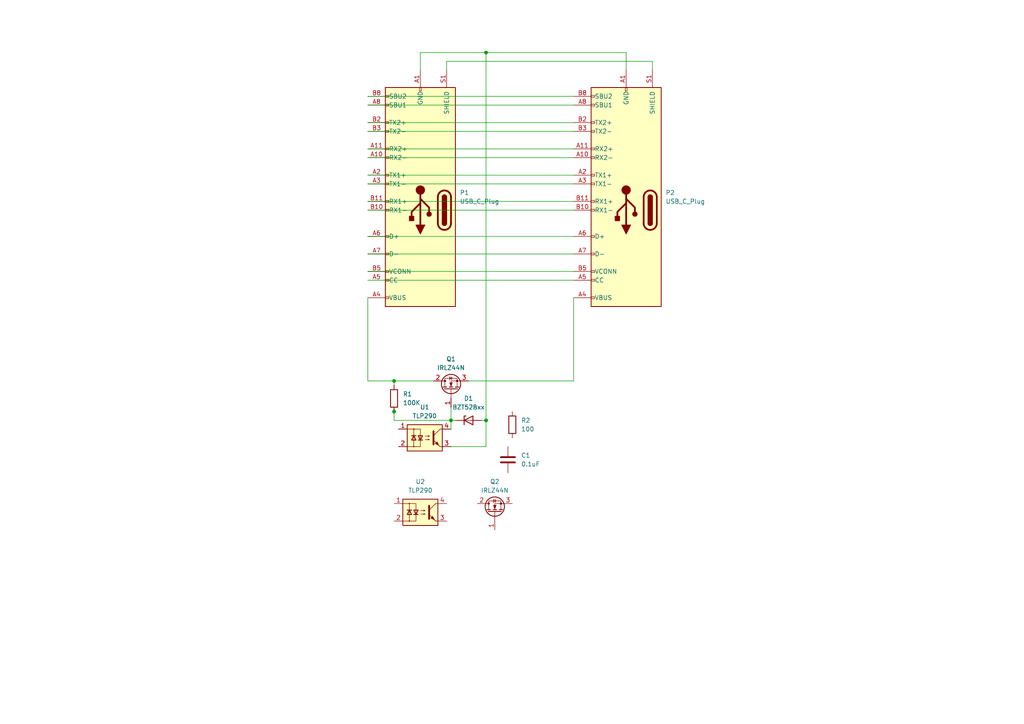
<source format=kicad_sch>
(kicad_sch (version 20250114) (generator "eeschema") (generator_version "9.0")
  (paper "A4")
  (lib_symbols
    (symbol "Connector:USB_C_Plug" (pin_names (offset 1.016))
      (property "Reference" "P" (at -10.16 29.21 0))
      (property "Value" "USB_C_Plug" (at 10.16 29.21 0))
      (symbol "USB_C_Plug_0_0"
        (rectangle (start -0.254 -35.56) (end 0.254 -34.544))
        (rectangle (start 10.16 25.654) (end 9.144 25.146))
        (rectangle (start 10.16 20.574) (end 9.144 20.066))
        (rectangle (start 10.16 18.034) (end 9.144 17.526))
        (rectangle (start 10.16 12.954) (end 9.144 12.446))
        (rectangle (start 10.16 7.874) (end 9.144 7.366))
        (rectangle (start 10.16 0.254) (end 9.144 -0.254))
        (rectangle (start 10.16 -2.286) (end 9.144 -2.794))
        (rectangle (start 10.16 -7.366) (end 9.144 -7.874))
        (rectangle (start 10.16 -9.906) (end 9.144 -10.414))
        (rectangle (start 10.16 -14.986) (end 9.144 -15.494))
        (rectangle (start 10.16 -17.526) (end 9.144 -18.034))
        (rectangle (start 10.16 -22.606) (end 9.144 -23.114))
        (rectangle (start 10.16 -25.146) (end 9.144 -25.654))
        (rectangle (start 10.16 -30.226) (end 9.144 -30.734))
        (rectangle (start 10.16 -32.766) (end 9.144 -33.274))
      )
      (symbol "USB_C_Plug_0_1"
        (rectangle (start -10.16 27.94) (end 10.16 -35.56) (stroke (width 0.254)) (fill (type background)))
        (polyline (pts (xy -8.89 -3.81) (xy -8.89 3.81)) (stroke (width 0.508)))
        (rectangle (start -7.62 -3.81) (end -6.35 3.81) (stroke (width 0.254)) (fill (type outline)))
        (arc (start -7.62 3.81) (mid -6.985 4.4423) (end -6.35 3.81) (stroke (width 0.254)))
        (arc (start -7.62 3.81) (mid -6.985 4.4423) (end -6.35 3.81) (stroke (width 0.254)) (fill (type outline)))
        (arc (start -8.89 3.81) (mid -6.985 5.7067) (end -5.08 3.81) (stroke (width 0.508)))
        (arc (start -5.08 -3.81) (mid -6.985 -5.7067) (end -8.89 -3.81) (stroke (width 0.508)))
        (arc (start -6.35 -3.81) (mid -6.985 -4.4423) (end -7.62 -3.81) (stroke (width 0.254)))
        (arc (start -6.35 -3.81) (mid -6.985 -4.4423) (end -7.62 -3.81) (stroke (width 0.254)) (fill (type outline)))
        (polyline (pts (xy -5.08 3.81) (xy -5.08 -3.81)) (stroke (width 0.508)))
      )
      (symbol "USB_C_Plug_1_1"
        (circle (center -2.54 1.143) (radius 0.635) (stroke (width 0.254)) (fill (type outline)))
        (polyline (pts (xy -1.27 4.318) (xy 0 6.858) (xy 1.27 4.318) (xy -1.27 4.318)) (stroke (width 0.254)) (fill (type outline)))
        (polyline (pts (xy 0 -2.032) (xy 2.54 0.508) (xy 2.54 1.778)) (stroke (width 0.508)))
        (polyline (pts (xy 0 -3.302) (xy -2.54 -0.762) (xy -2.54 0.508)) (stroke (width 0.508)))
        (polyline (pts (xy 0 -5.842) (xy 0 4.318)) (stroke (width 0.508)))
        (circle (center 0 -5.842) (radius 1.27) (fill (type outline)))
        (rectangle (start 1.905 1.778) (end 3.175 3.048) (stroke (width 0.254)) (fill (type outline)))
        (pin passive line (at -7.62 -40.64 90) (length 5.08) (name "SHIELD") (number "S1"))
        (pin passive line (at 0 -40.64 90) (length 5.08) (name "GND") (number "A1"))
        (pin passive line (at 0 -40.64 90) (length 5.08) (hide yes) (name "GND") (number "A12"))
        (pin passive line (at 0 -40.64 90) (length 5.08) (hide yes) (name "GND") (number "B1"))
        (pin passive line (at 0 -40.64 90) (length 5.08) (hide yes) (name "GND") (number "B12"))
        (pin passive line (at 15.24 25.4 180) (length 5.08) (name "VBUS") (number "A4"))
        (pin passive line (at 15.24 25.4 180) (length 5.08) (hide yes) (name "VBUS") (number "A9"))
        (pin passive line (at 15.24 25.4 180) (length 5.08) (hide yes) (name "VBUS") (number "B4"))
        (pin passive line (at 15.24 25.4 180) (length 5.08) (hide yes) (name "VBUS") (number "B9"))
        (pin bidirectional line (at 15.24 20.32 180) (length 5.08) (name "CC") (number "A5"))
        (pin bidirectional line (at 15.24 17.78 180) (length 5.08) (name "VCONN") (number "B5"))
        (pin bidirectional line (at 15.24 12.7 180) (length 5.08) (name "D-") (number "A7"))
        (pin bidirectional line (at 15.24 7.62 180) (length 5.08) (name "D+") (number "A6"))
        (pin bidirectional line (at 15.24 0 180) (length 5.08) (name "RX1-") (number "B10"))
        (pin bidirectional line (at 15.24 -2.54 180) (length 5.08) (name "RX1+") (number "B11"))
        (pin bidirectional line (at 15.24 -7.62 180) (length 5.08) (name "TX1-") (number "A3"))
        (pin bidirectional line (at 15.24 -10.16 180) (length 5.08) (name "TX1+") (number "A2"))
        (pin bidirectional line (at 15.24 -15.24 180) (length 5.08) (name "RX2-") (number "A10"))
        (pin bidirectional line (at 15.24 -17.78 180) (length 5.08) (name "RX2+") (number "A11"))
        (pin bidirectional line (at 15.24 -22.86 180) (length 5.08) (name "TX2-") (number "B3"))
        (pin bidirectional line (at 15.24 -25.4 180) (length 5.08) (name "TX2+") (number "B2"))
        (pin bidirectional line (at 15.24 -30.48 180) (length 5.08) (name "SBU1") (number "A8"))
        (pin bidirectional line (at 15.24 -33.02 180) (length 5.08) (name "SBU2") (number "B8"))
      )
    )
    (symbol "Device:C" (pin_numbers (hide yes)) (pin_names (offset 0.254))
      (property "Reference" "C" (at 0.635 2.54 0))
      (property "Value" "C" (at 0.635 -2.54 0))
      (symbol "C_0_1"
        (polyline (pts (xy -2.032 0.762) (xy 2.032 0.762)) (stroke (width 0.508)))
        (polyline (pts (xy -2.032 -0.762) (xy 2.032 -0.762)) (stroke (width 0.508)))
      )
      (symbol "C_1_1"
        (pin passive line (at 0 3.81 270) (length 2.794) (name "~") (number "1"))
        (pin passive line (at 0 -3.81 90) (length 2.794) (name "~") (number "2"))
      )
    )
    (symbol "Device:R" (pin_numbers (hide yes)) (pin_names (offset 0))
      (property "Reference" "R" (at 2.032 0 90))
      (property "Value" "R" (at 0 0 90))
      (symbol "R_0_1"
        (rectangle (start -1.016 -2.54) (end 1.016 2.54) (stroke (width 0.254)))
      )
      (symbol "R_1_1"
        (pin passive line (at 0 3.81 270) (length 1.27) (name "~") (number "1"))
        (pin passive line (at 0 -3.81 90) (length 1.27) (name "~") (number "2"))
      )
    )
    (symbol "Diode:BZT52Bxx" (pin_numbers (hide yes)) (pin_names (hide yes))
      (property "Reference" "D" (at 0 2.54 0))
      (property "Value" "BZT52Bxx" (at 0 -2.54 0))
      (symbol "BZT52Bxx_0_1"
        (polyline (pts (xy -1.27 -1.27) (xy -1.27 1.27) (xy -0.762 1.27)) (stroke (width 0.254)))
        (polyline (pts (xy 1.27 0) (xy -1.27 0)))
        (polyline (pts (xy 1.27 -1.27) (xy 1.27 1.27) (xy -1.27 0) (xy 1.27 -1.27)) (stroke (width 0.254)))
      )
      (symbol "BZT52Bxx_1_1"
        (pin passive line (at -3.81 0 0) (length 2.54) (name "K") (number "1"))
        (pin passive line (at 3.81 0 180) (length 2.54) (name "A") (number "2"))
      )
    )
    (symbol "Isolator:TLP290" (pin_names (offset 1.016))
      (property "Reference" "U" (at -5.08 5.08 0))
      (property "Value" "TLP290" (at 0 5.08 0))
      (symbol "TLP290_0_1"
        (rectangle (start -5.08 3.81) (end 5.08 -3.81) (stroke (width 0.254)) (fill (type background)))
        (polyline (pts (xy -5.08 2.54) (xy -1.27 2.54) (xy -1.27 -0.635)))
        (polyline (pts (xy -3.81 0.635) (xy -2.54 0.635)) (stroke (width 0.254)))
        (circle (center -3.175 2.54) (radius 0.127))
        (polyline (pts (xy -3.175 0.635) (xy -3.81 -0.635) (xy -2.54 -0.635) (xy -3.175 0.635)) (stroke (width 0.254)))
        (polyline (pts (xy -3.175 -0.635) (xy -3.175 2.54)))
        (polyline (pts (xy -3.175 -0.635) (xy -3.175 -2.54)))
        (circle (center -3.175 -2.54) (radius 0.127))
        (polyline (pts (xy -1.905 -0.635) (xy -0.635 -0.635)) (stroke (width 0.254)))
        (polyline (pts (xy -1.27 -0.635) (xy -1.27 -2.54) (xy -5.08 -2.54)))
        (polyline (pts (xy -1.27 -0.635) (xy -1.905 0.635) (xy -0.635 0.635) (xy -1.27 -0.635)) (stroke (width 0.254)))
        (polyline (pts (xy 0.127 0.508) (xy 1.397 0.508) (xy 1.016 0.381) (xy 1.016 0.635) (xy 1.397 0.508)))
        (polyline (pts (xy 0.127 -0.508) (xy 1.397 -0.508) (xy 1.016 -0.635) (xy 1.016 -0.381) (xy 1.397 -0.508)))
        (polyline (pts (xy 2.54 1.905) (xy 2.54 -1.905) (xy 2.54 -1.905)) (stroke (width 0.508)))
        (polyline (pts (xy 2.54 0.635) (xy 4.445 2.54)))
        (polyline (pts (xy 3.048 -1.651) (xy 3.556 -1.143) (xy 4.064 -2.159) (xy 3.048 -1.651) (xy 3.048 -1.651)) (fill (type outline)))
        (polyline (pts (xy 4.445 2.54) (xy 5.08 2.54)))
        (polyline (pts (xy 4.445 -2.54) (xy 2.54 -0.635)) (fill (type outline)))
        (polyline (pts (xy 4.445 -2.54) (xy 5.08 -2.54)))
      )
      (symbol "TLP290_1_1"
        (pin passive line (at -7.62 2.54 0) (length 2.54) (name "~") (number "1"))
        (pin passive line (at -7.62 -2.54 0) (length 2.54) (name "~") (number "2"))
        (pin passive line (at 7.62 2.54 180) (length 2.54) (name "~") (number "4"))
        (pin passive line (at 7.62 -2.54 180) (length 2.54) (name "~") (number "3"))
      )
    )
    (symbol "Transistor_FET:IRLZ44N" (pin_names (hide yes))
      (property "Reference" "Q" (at 5.08 1.905 0))
      (property "Value" "IRLZ44N" (at 5.08 0 0))
      (symbol "IRLZ44N_0_1"
        (polyline (pts (xy 0.254 1.905) (xy 0.254 -1.905)) (stroke (width 0.254)))
        (polyline (pts (xy 0.254 0) (xy -2.54 0)))
        (polyline (pts (xy 0.762 2.286) (xy 0.762 1.27)) (stroke (width 0.254)))
        (polyline (pts (xy 0.762 0.508) (xy 0.762 -0.508)) (stroke (width 0.254)))
        (polyline (pts (xy 0.762 -1.27) (xy 0.762 -2.286)) (stroke (width 0.254)))
        (polyline (pts (xy 0.762 -1.778) (xy 3.302 -1.778) (xy 3.302 1.778) (xy 0.762 1.778)))
        (polyline (pts (xy 1.016 0) (xy 2.032 0.381) (xy 2.032 -0.381) (xy 1.016 0)) (fill (type outline)))
        (circle (center 1.651 0) (radius 2.794) (stroke (width 0.254)))
        (polyline (pts (xy 2.54 2.54) (xy 2.54 1.778)))
        (circle (center 2.54 1.778) (radius 0.254) (fill (type outline)))
        (circle (center 2.54 -1.778) (radius 0.254) (fill (type outline)))
        (polyline (pts (xy 2.54 -2.54) (xy 2.54 0) (xy 0.762 0)))
        (polyline (pts (xy 2.794 0.508) (xy 2.921 0.381) (xy 3.683 0.381) (xy 3.81 0.254)))
        (polyline (pts (xy 3.302 0.381) (xy 2.921 -0.254) (xy 3.683 -0.254) (xy 3.302 0.381)))
      )
      (symbol "IRLZ44N_1_1"
        (pin input line (at -5.08 0 0) (length 2.54) (name "G") (number "1"))
        (pin passive line (at 2.54 5.08 270) (length 2.54) (name "D") (number "2"))
        (pin passive line (at 2.54 -5.08 90) (length 2.54) (name "S") (number "3"))
      )
    )
  )
  (junction (at 114.3 119.38))
  (junction (at 140.97 121.92))
  (junction (at 130.81 121.92))
  (junction (at 114.3 110.49))
  (junction (at 140.97 15.24))
  (wire (pts (xy 106.68 60.96) (xy 166.37 60.96)))
  (wire (pts (xy 106.68 38.1) (xy 166.37 38.1)))
  (wire (pts (xy 181.61 20.32) (xy 181.61 15.24)))
  (wire (pts (xy 121.92 15.24) (xy 121.92 20.32)))
  (wire (pts (xy 114.3 110.49) (xy 125.73 110.49)))
  (wire (pts (xy 189.23 17.78) (xy 189.23 20.32)))
  (wire (pts (xy 106.68 86.36) (xy 106.68 110.49)))
  (wire (pts (xy 140.97 121.92) (xy 140.97 15.24)))
  (wire (pts (xy 121.92 15.24) (xy 140.97 15.24)))
  (wire (pts (xy 130.81 118.11) (xy 130.81 121.92)))
  (wire (pts (xy 106.68 81.28) (xy 166.37 81.28)))
  (wire (pts (xy 106.68 73.66) (xy 166.37 73.66)))
  (wire (pts (xy 106.68 35.56) (xy 166.37 35.56)))
  (wire (pts (xy 106.68 45.72) (xy 166.37 45.72)))
  (wire (pts (xy 140.97 15.24) (xy 181.61 15.24)))
  (wire (pts (xy 129.54 20.32) (xy 129.54 17.78)))
  (wire (pts (xy 114.3 121.92) (xy 130.81 121.92)))
  (wire (pts (xy 140.97 129.54) (xy 140.97 121.92)))
  (wire (pts (xy 166.37 86.36) (xy 166.37 110.49)))
  (wire (pts (xy 114.3 119.38) (xy 114.3 121.92)))
  (wire (pts (xy 130.81 121.92) (xy 130.81 124.46)))
  (wire (pts (xy 129.54 17.78) (xy 189.23 17.78)))
  (wire (pts (xy 106.68 43.18) (xy 166.37 43.18)))
  (wire (pts (xy 139.7 121.92) (xy 140.97 121.92)))
  (wire (pts (xy 114.3 110.49) (xy 114.3 111.76)))
  (wire (pts (xy 106.68 50.8) (xy 166.37 50.8)))
  (wire (pts (xy 132.08 121.92) (xy 130.81 121.92)))
  (wire (pts (xy 106.68 78.74) (xy 166.37 78.74)))
  (wire (pts (xy 106.68 27.94) (xy 166.37 27.94)))
  (wire (pts (xy 114.3 118.11) (xy 114.3 119.38)))
  (wire (pts (xy 106.68 68.58) (xy 166.37 68.58)))
  (wire (pts (xy 106.68 30.48) (xy 166.37 30.48)))
  (wire (pts (xy 130.81 129.54) (xy 140.97 129.54)))
  (wire (pts (xy 106.68 58.42) (xy 166.37 58.42)))
  (wire (pts (xy 106.68 53.34) (xy 166.37 53.34)))
  (wire (pts (xy 135.89 110.49) (xy 166.37 110.49)))
  (wire (pts (xy 106.68 110.49) (xy 114.3 110.49)))
  (symbol (lib_id "Isolator:TLP290") (at 121.92 148.59 0) (unit 1)
    (property "Reference" "U2" (at 121.92 139.7 0))
    (property "Value" "TLP290" (at 121.92 142.24 0))
    (property "Footprint" "Package_SO:SOP-4_4.4x2.6mm_P1.27mm" (effects (hide yes)))
    (property "Datasheet" "https://toshiba.semicon-storage.com/info/docget.jsp?did=12882&prodName=TLP290" (effects (hide yes)))
    (property "Description" "AC/DC Phototransistor Optocoupler, Vce 80V, CTR 50-600%, not recommended for new designs, SOP4" (effects (hide yes)))
  )
  (symbol (lib_id "Isolator:TLP290") (at 123.19 127 0) (unit 1)
    (property "Reference" "U1" (at 123.19 118.11 0))
    (property "Value" "TLP290" (at 123.19 120.65 0))
    (property "Footprint" "Package_SO:SOP-4_4.4x2.6mm_P1.27mm" (effects (hide yes)))
    (property "Datasheet" "https://toshiba.semicon-storage.com/info/docget.jsp?did=12882&prodName=TLP290" (effects (hide yes)))
    (property "Description" "AC/DC Phototransistor Optocoupler, Vce 80V, CTR 50-600%, not recommended for new designs, SOP4" (effects (hide yes)))
  )
  (symbol (lib_id "Transistor_FET:IRLZ44N") (at 130.81 113.03 90) (unit 1)
    (property "Reference" "Q1" (at 130.81 104.14 90))
    (property "Value" "IRLZ44N" (at 130.81 106.68 90))
    (property "Footprint" "Package_TO_SOT_THT:TO-220-3_Vertical" (effects (hide yes)))
    (property "Datasheet" "http://www.irf.com/product-info/datasheets/data/irlz44n.pdf" (effects (hide yes)))
    (property "Description" "47A Id, 55V Vds, 22mOhm Rds Single N-Channel HEXFET Power MOSFET, TO-220AB" (effects (hide yes)))
  )
  (symbol (lib_id "Device:R") (at 114.3 115.57 0) (unit 1)
    (property "Reference" "R1" (at 116.84 114.2999 0) (effects (justify left)))
    (property "Value" "100K" (at 116.84 116.8399 0) (effects (justify left)))
    (property "Description" "Resistor" (effects (hide yes)))
  )
  (symbol (lib_id "Connector:USB_C_Plug") (at 121.92 60.96 180) (unit 1)
    (property "Reference" "P1" (at 133.35 55.8799 0) (effects (justify right)))
    (property "Value" "USB_C_Plug" (at 133.35 58.4199 0) (effects (justify right)))
    (property "Datasheet" "https://www.usb.org/sites/default/files/documents/usb_type-c.zip" (effects (hide yes)))
    (property "Description" "USB Type-C Plug connector" (effects (hide yes)))
  )
  (symbol (lib_id "Diode:BZT52Bxx") (at 135.89 121.92 0) (unit 1)
    (property "Reference" "D1" (at 135.89 115.57 0))
    (property "Value" "BZT52Bxx" (at 135.89 118.11 0))
    (property "Footprint" "Diode_SMD:D_SOD-123F" (effects (hide yes)))
    (property "Datasheet" "https://diotec.com/tl_files/diotec/files/pdf/datasheets/bzt52b2v4.pdf" (effects (hide yes)))
    (property "Description" "500mW Zener Diode, SOD-123F" (effects (hide yes)))
  )
  (symbol (lib_id "Device:C") (at 147.32 133.35 0) (unit 1)
    (property "Reference" "C1" (at 151.13 132.0799 0) (effects (justify left)))
    (property "Value" "0.1uF" (at 151.13 134.6199 0) (effects (justify left)))
    (property "Description" "Unpolarized capacitor" (effects (hide yes)))
  )
  (symbol (lib_id "Device:R") (at 148.59 123.19 0) (unit 1)
    (property "Reference" "R2" (at 151.13 121.9199 0) (effects (justify left)))
    (property "Value" "100" (at 151.13 124.4599 0) (effects (justify left)))
    (property "Description" "Resistor" (effects (hide yes)))
  )
  (symbol (lib_id "Connector:USB_C_Plug") (at 181.61 60.96 180) (unit 1)
    (property "Reference" "P2" (at 193.04 55.8799 0) (effects (justify right)))
    (property "Value" "USB_C_Plug" (at 193.04 58.4199 0) (effects (justify right)))
    (property "Datasheet" "https://www.usb.org/sites/default/files/documents/usb_type-c.zip" (effects (hide yes)))
    (property "Description" "USB Type-C Plug connector" (effects (hide yes)))
  )
  (symbol (lib_id "Transistor_FET:IRLZ44N") (at 143.51 148.59 90) (unit 1)
    (property "Reference" "Q2" (at 143.51 139.7 90))
    (property "Value" "IRLZ44N" (at 143.51 142.24 90))
    (property "Footprint" "Package_TO_SOT_THT:TO-220-3_Vertical" (effects (hide yes)))
    (property "Datasheet" "http://www.irf.com/product-info/datasheets/data/irlz44n.pdf" (effects (hide yes)))
    (property "Description" "47A Id, 55V Vds, 22mOhm Rds Single N-Channel HEXFET Power MOSFET, TO-220AB" (effects (hide yes)))
  )
)
</source>
